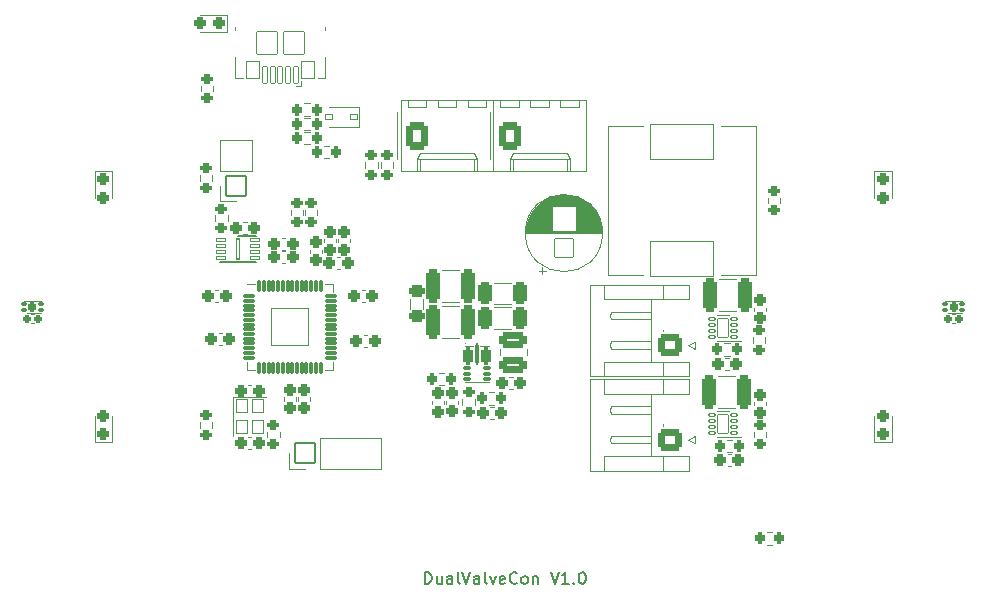
<source format=gto>
G04 #@! TF.GenerationSoftware,KiCad,Pcbnew,(6.0.7)*
G04 #@! TF.CreationDate,2022-10-27T11:37:51+02:00*
G04 #@! TF.ProjectId,DualValveCon,4475616c-5661-46c7-9665-436f6e2e6b69,rev?*
G04 #@! TF.SameCoordinates,Original*
G04 #@! TF.FileFunction,Legend,Top*
G04 #@! TF.FilePolarity,Positive*
%FSLAX46Y46*%
G04 Gerber Fmt 4.6, Leading zero omitted, Abs format (unit mm)*
G04 Created by KiCad (PCBNEW (6.0.7)) date 2022-10-27 11:37:51*
%MOMM*%
%LPD*%
G01*
G04 APERTURE LIST*
G04 Aperture macros list*
%AMRoundRect*
0 Rectangle with rounded corners*
0 $1 Rounding radius*
0 $2 $3 $4 $5 $6 $7 $8 $9 X,Y pos of 4 corners*
0 Add a 4 corners polygon primitive as box body*
4,1,4,$2,$3,$4,$5,$6,$7,$8,$9,$2,$3,0*
0 Add four circle primitives for the rounded corners*
1,1,$1+$1,$2,$3*
1,1,$1+$1,$4,$5*
1,1,$1+$1,$6,$7*
1,1,$1+$1,$8,$9*
0 Add four rect primitives between the rounded corners*
20,1,$1+$1,$2,$3,$4,$5,0*
20,1,$1+$1,$4,$5,$6,$7,0*
20,1,$1+$1,$6,$7,$8,$9,0*
20,1,$1+$1,$8,$9,$2,$3,0*%
G04 Aperture macros list end*
%ADD10C,0.150000*%
%ADD11C,0.120000*%
%ADD12RoundRect,0.300000X0.325000X1.100000X-0.325000X1.100000X-0.325000X-1.100000X0.325000X-1.100000X0*%
%ADD13RoundRect,0.100000X-0.387500X-0.050000X0.387500X-0.050000X0.387500X0.050000X-0.387500X0.050000X0*%
%ADD14RoundRect,0.100000X-0.050000X-0.387500X0.050000X-0.387500X0.050000X0.387500X-0.050000X0.387500X0*%
%ADD15RoundRect,0.050000X-1.600000X-1.600000X1.600000X-1.600000X1.600000X1.600000X-1.600000X1.600000X0*%
%ADD16C,3.300000*%
%ADD17RoundRect,0.250000X-0.275000X0.200000X-0.275000X-0.200000X0.275000X-0.200000X0.275000X0.200000X0*%
%ADD18RoundRect,0.300000X0.750000X-0.600000X0.750000X0.600000X-0.750000X0.600000X-0.750000X-0.600000X0*%
%ADD19O,2.100000X1.800000*%
%ADD20RoundRect,0.300000X-0.325000X-0.650000X0.325000X-0.650000X0.325000X0.650000X-0.325000X0.650000X0*%
%ADD21RoundRect,0.275000X0.225000X0.250000X-0.225000X0.250000X-0.225000X-0.250000X0.225000X-0.250000X0*%
%ADD22RoundRect,0.268750X0.218750X0.256250X-0.218750X0.256250X-0.218750X-0.256250X0.218750X-0.256250X0*%
%ADD23RoundRect,0.275000X-0.225000X-0.250000X0.225000X-0.250000X0.225000X0.250000X-0.225000X0.250000X0*%
%ADD24RoundRect,0.050000X-0.375000X-0.150000X0.375000X-0.150000X0.375000X0.150000X-0.375000X0.150000X0*%
%ADD25RoundRect,0.050000X-0.150000X-0.850000X0.150000X-0.850000X0.150000X0.850000X-0.150000X0.850000X0*%
%ADD26RoundRect,0.300000X-0.620000X-0.845000X0.620000X-0.845000X0.620000X0.845000X-0.620000X0.845000X0*%
%ADD27O,1.840000X2.290000*%
%ADD28RoundRect,0.050000X-0.500000X0.575000X-0.500000X-0.575000X0.500000X-0.575000X0.500000X0.575000X0*%
%ADD29RoundRect,0.050000X0.200000X0.700000X-0.200000X0.700000X-0.200000X-0.700000X0.200000X-0.700000X0*%
%ADD30O,1.150000X2.000000*%
%ADD31RoundRect,0.050000X0.575000X0.725000X-0.575000X0.725000X-0.575000X-0.725000X0.575000X-0.725000X0*%
%ADD32RoundRect,0.050000X0.875000X0.950000X-0.875000X0.950000X-0.875000X-0.950000X0.875000X-0.950000X0*%
%ADD33RoundRect,0.268750X0.256250X-0.218750X0.256250X0.218750X-0.256250X0.218750X-0.256250X-0.218750X0*%
%ADD34RoundRect,0.250000X0.275000X-0.200000X0.275000X0.200000X-0.275000X0.200000X-0.275000X-0.200000X0*%
%ADD35RoundRect,0.268750X-0.256250X0.218750X-0.256250X-0.218750X0.256250X-0.218750X0.256250X0.218750X0*%
%ADD36RoundRect,0.105000X-0.145000X-0.055000X0.145000X-0.055000X0.145000X0.055000X-0.145000X0.055000X0*%
%ADD37RoundRect,0.187500X-0.137500X-0.237500X0.137500X-0.237500X0.137500X0.237500X-0.137500X0.237500X0*%
%ADD38RoundRect,0.190000X-0.140000X-0.170000X0.140000X-0.170000X0.140000X0.170000X-0.140000X0.170000X0*%
%ADD39RoundRect,0.050000X0.300000X0.225000X-0.300000X0.225000X-0.300000X-0.225000X0.300000X-0.225000X0*%
%ADD40RoundRect,0.250000X0.200000X0.275000X-0.200000X0.275000X-0.200000X-0.275000X0.200000X-0.275000X0*%
%ADD41RoundRect,0.300000X0.850000X-0.375000X0.850000X0.375000X-0.850000X0.375000X-0.850000X-0.375000X0*%
%ADD42RoundRect,0.275000X-0.250000X0.225000X-0.250000X-0.225000X0.250000X-0.225000X0.250000X0.225000X0*%
%ADD43RoundRect,0.050000X0.850000X-0.850000X0.850000X0.850000X-0.850000X0.850000X-0.850000X-0.850000X0*%
%ADD44O,1.800000X1.800000*%
%ADD45RoundRect,0.050000X0.250000X0.125000X-0.250000X0.125000X-0.250000X-0.125000X0.250000X-0.125000X0*%
%ADD46RoundRect,0.050000X0.450000X0.800000X-0.450000X0.800000X-0.450000X-0.800000X0.450000X-0.800000X0*%
%ADD47RoundRect,0.275000X0.250000X-0.225000X0.250000X0.225000X-0.250000X0.225000X-0.250000X-0.225000X0*%
%ADD48RoundRect,0.050000X0.850000X0.850000X-0.850000X0.850000X-0.850000X-0.850000X0.850000X-0.850000X0*%
%ADD49RoundRect,0.250000X-0.200000X-0.275000X0.200000X-0.275000X0.200000X0.275000X-0.200000X0.275000X0*%
%ADD50RoundRect,0.050000X2.700000X-1.450000X2.700000X1.450000X-2.700000X1.450000X-2.700000X-1.450000X0*%
%ADD51RoundRect,0.250000X-0.200000X-0.525000X0.200000X-0.525000X0.200000X0.525000X-0.200000X0.525000X0*%
%ADD52RoundRect,0.125000X-0.225000X-0.075000X0.225000X-0.075000X0.225000X0.075000X-0.225000X0.075000X0*%
%ADD53RoundRect,0.125000X-0.075000X-0.787500X0.075000X-0.787500X0.075000X0.787500X-0.075000X0.787500X0*%
%ADD54RoundRect,0.268750X0.381250X-0.218750X0.381250X0.218750X-0.381250X0.218750X-0.381250X-0.218750X0*%
%ADD55RoundRect,0.050000X0.800000X-0.800000X0.800000X0.800000X-0.800000X0.800000X-0.800000X-0.800000X0*%
%ADD56C,1.700000*%
G04 APERTURE END LIST*
D10*
X154214285Y-110452380D02*
X154214285Y-109452380D01*
X154452380Y-109452380D01*
X154595238Y-109500000D01*
X154690476Y-109595238D01*
X154738095Y-109690476D01*
X154785714Y-109880952D01*
X154785714Y-110023809D01*
X154738095Y-110214285D01*
X154690476Y-110309523D01*
X154595238Y-110404761D01*
X154452380Y-110452380D01*
X154214285Y-110452380D01*
X155642857Y-109785714D02*
X155642857Y-110452380D01*
X155214285Y-109785714D02*
X155214285Y-110309523D01*
X155261904Y-110404761D01*
X155357142Y-110452380D01*
X155500000Y-110452380D01*
X155595238Y-110404761D01*
X155642857Y-110357142D01*
X156547619Y-110452380D02*
X156547619Y-109928571D01*
X156500000Y-109833333D01*
X156404761Y-109785714D01*
X156214285Y-109785714D01*
X156119047Y-109833333D01*
X156547619Y-110404761D02*
X156452380Y-110452380D01*
X156214285Y-110452380D01*
X156119047Y-110404761D01*
X156071428Y-110309523D01*
X156071428Y-110214285D01*
X156119047Y-110119047D01*
X156214285Y-110071428D01*
X156452380Y-110071428D01*
X156547619Y-110023809D01*
X157166666Y-110452380D02*
X157071428Y-110404761D01*
X157023809Y-110309523D01*
X157023809Y-109452380D01*
X157404761Y-109452380D02*
X157738095Y-110452380D01*
X158071428Y-109452380D01*
X158833333Y-110452380D02*
X158833333Y-109928571D01*
X158785714Y-109833333D01*
X158690476Y-109785714D01*
X158500000Y-109785714D01*
X158404761Y-109833333D01*
X158833333Y-110404761D02*
X158738095Y-110452380D01*
X158500000Y-110452380D01*
X158404761Y-110404761D01*
X158357142Y-110309523D01*
X158357142Y-110214285D01*
X158404761Y-110119047D01*
X158500000Y-110071428D01*
X158738095Y-110071428D01*
X158833333Y-110023809D01*
X159452380Y-110452380D02*
X159357142Y-110404761D01*
X159309523Y-110309523D01*
X159309523Y-109452380D01*
X159738095Y-109785714D02*
X159976190Y-110452380D01*
X160214285Y-109785714D01*
X160976190Y-110404761D02*
X160880952Y-110452380D01*
X160690476Y-110452380D01*
X160595238Y-110404761D01*
X160547619Y-110309523D01*
X160547619Y-109928571D01*
X160595238Y-109833333D01*
X160690476Y-109785714D01*
X160880952Y-109785714D01*
X160976190Y-109833333D01*
X161023809Y-109928571D01*
X161023809Y-110023809D01*
X160547619Y-110119047D01*
X162023809Y-110357142D02*
X161976190Y-110404761D01*
X161833333Y-110452380D01*
X161738095Y-110452380D01*
X161595238Y-110404761D01*
X161500000Y-110309523D01*
X161452380Y-110214285D01*
X161404761Y-110023809D01*
X161404761Y-109880952D01*
X161452380Y-109690476D01*
X161500000Y-109595238D01*
X161595238Y-109500000D01*
X161738095Y-109452380D01*
X161833333Y-109452380D01*
X161976190Y-109500000D01*
X162023809Y-109547619D01*
X162595238Y-110452380D02*
X162500000Y-110404761D01*
X162452380Y-110357142D01*
X162404761Y-110261904D01*
X162404761Y-109976190D01*
X162452380Y-109880952D01*
X162500000Y-109833333D01*
X162595238Y-109785714D01*
X162738095Y-109785714D01*
X162833333Y-109833333D01*
X162880952Y-109880952D01*
X162928571Y-109976190D01*
X162928571Y-110261904D01*
X162880952Y-110357142D01*
X162833333Y-110404761D01*
X162738095Y-110452380D01*
X162595238Y-110452380D01*
X163357142Y-109785714D02*
X163357142Y-110452380D01*
X163357142Y-109880952D02*
X163404761Y-109833333D01*
X163500000Y-109785714D01*
X163642857Y-109785714D01*
X163738095Y-109833333D01*
X163785714Y-109928571D01*
X163785714Y-110452380D01*
X164880952Y-109452380D02*
X165214285Y-110452380D01*
X165547619Y-109452380D01*
X166404761Y-110452380D02*
X165833333Y-110452380D01*
X166119047Y-110452380D02*
X166119047Y-109452380D01*
X166023809Y-109595238D01*
X165928571Y-109690476D01*
X165833333Y-109738095D01*
X166833333Y-110357142D02*
X166880952Y-110404761D01*
X166833333Y-110452380D01*
X166785714Y-110404761D01*
X166833333Y-110357142D01*
X166833333Y-110452380D01*
X167500000Y-109452380D02*
X167595238Y-109452380D01*
X167690476Y-109500000D01*
X167738095Y-109547619D01*
X167785714Y-109642857D01*
X167833333Y-109833333D01*
X167833333Y-110071428D01*
X167785714Y-110261904D01*
X167738095Y-110357142D01*
X167690476Y-110404761D01*
X167595238Y-110452380D01*
X167500000Y-110452380D01*
X167404761Y-110404761D01*
X167357142Y-110357142D01*
X167309523Y-110261904D01*
X167261904Y-110071428D01*
X167261904Y-109833333D01*
X167309523Y-109642857D01*
X167357142Y-109547619D01*
X167404761Y-109500000D01*
X167500000Y-109452380D01*
D11*
X157136252Y-86890000D02*
X155713748Y-86890000D01*
X157136252Y-89610000D02*
X155713748Y-89610000D01*
X145760000Y-85090000D02*
X146410000Y-85090000D01*
X139190000Y-92310000D02*
X139190000Y-91660000D01*
X146410000Y-85090000D02*
X146410000Y-85740000D01*
X145760000Y-92310000D02*
X146410000Y-92310000D01*
X146410000Y-92310000D02*
X146410000Y-91660000D01*
X139840000Y-92310000D02*
X139190000Y-92310000D01*
X139840000Y-85090000D02*
X139190000Y-85090000D01*
X143922500Y-78762742D02*
X143922500Y-79237258D01*
X142877500Y-78762742D02*
X142877500Y-79237258D01*
X176610000Y-94360000D02*
X174410000Y-94360000D01*
X173410000Y-99640000D02*
X173410000Y-94360000D01*
X174410000Y-97080000D02*
X174410000Y-96920000D01*
X173410000Y-98570000D02*
X169990000Y-98570000D01*
X169410000Y-93140000D02*
X169410000Y-94360000D01*
X177100000Y-97950000D02*
X176500000Y-98250000D01*
X173410000Y-98250000D02*
X173410000Y-98570000D01*
X173410000Y-97930000D02*
X173410000Y-98250000D01*
X168190000Y-93140000D02*
X176610000Y-93140000D01*
X176610000Y-100860000D02*
X168190000Y-100860000D01*
X169990000Y-95430000D02*
X173410000Y-95430000D01*
X169990000Y-98570000D02*
X169910000Y-98250000D01*
X168190000Y-100860000D02*
X168190000Y-93140000D01*
X177100000Y-98550000D02*
X177100000Y-97950000D01*
X176610000Y-99640000D02*
X176610000Y-100860000D01*
X169990000Y-96070000D02*
X169910000Y-95750000D01*
X169410000Y-94360000D02*
X174410000Y-94360000D01*
X169910000Y-98250000D02*
X169990000Y-97930000D01*
X174410000Y-99640000D02*
X176610000Y-99640000D01*
X173410000Y-95750000D02*
X173410000Y-96070000D01*
X169410000Y-100860000D02*
X169410000Y-99640000D01*
X169910000Y-95750000D02*
X169990000Y-95430000D01*
X176610000Y-93140000D02*
X176610000Y-94360000D01*
X169990000Y-97930000D02*
X173410000Y-97930000D01*
X173410000Y-95430000D02*
X173410000Y-95750000D01*
X176500000Y-98250000D02*
X177100000Y-98550000D01*
X169410000Y-99640000D02*
X174410000Y-99640000D01*
X173410000Y-96070000D02*
X169990000Y-96070000D01*
X174410000Y-99640000D02*
X174410000Y-100860000D01*
X174410000Y-94360000D02*
X174410000Y-93140000D01*
X160113748Y-87040000D02*
X161536252Y-87040000D01*
X160113748Y-88860000D02*
X161536252Y-88860000D01*
X180478752Y-95560000D02*
X179056248Y-95560000D01*
X180478752Y-92840000D02*
X179056248Y-92840000D01*
X139140580Y-80810000D02*
X138859420Y-80810000D01*
X139140580Y-79790000D02*
X138859420Y-79790000D01*
X147075279Y-82790000D02*
X146749721Y-82790000D01*
X147075279Y-83810000D02*
X146749721Y-83810000D01*
X142109420Y-83310000D02*
X142390580Y-83310000D01*
X142109420Y-82290000D02*
X142390580Y-82290000D01*
D10*
X136900000Y-83225000D02*
X139900000Y-83225000D01*
X138400000Y-80975000D02*
X139900000Y-80975000D01*
D11*
X149177500Y-74762742D02*
X149177500Y-75237258D01*
X150222500Y-74762742D02*
X150222500Y-75237258D01*
X163140000Y-69490000D02*
X163140000Y-70090000D01*
X161650000Y-73980000D02*
X166230000Y-73980000D01*
X162200000Y-70090000D02*
X162200000Y-69490000D01*
X163140000Y-70090000D02*
X164740000Y-70090000D01*
X159730000Y-70520000D02*
X159730000Y-74520000D01*
X161400000Y-74510000D02*
X166480000Y-74510000D01*
X166230000Y-75510000D02*
X166230000Y-74510000D01*
X160020000Y-69490000D02*
X160020000Y-75510000D01*
X161400000Y-75510000D02*
X161400000Y-74510000D01*
X161400000Y-74510000D02*
X161650000Y-73980000D01*
X164740000Y-70090000D02*
X164740000Y-69490000D01*
X167280000Y-70090000D02*
X167280000Y-69490000D01*
X166230000Y-73980000D02*
X166480000Y-74510000D01*
X160600000Y-70090000D02*
X162200000Y-70090000D01*
X160020000Y-75510000D02*
X167860000Y-75510000D01*
X160600000Y-69490000D02*
X160600000Y-70090000D01*
X166480000Y-74510000D02*
X166480000Y-75510000D01*
X161650000Y-75510000D02*
X161650000Y-74510000D01*
X165680000Y-70090000D02*
X167280000Y-70090000D01*
X165680000Y-69490000D02*
X165680000Y-70090000D01*
X167860000Y-75510000D02*
X167860000Y-69490000D01*
X167860000Y-69490000D02*
X160020000Y-69490000D01*
X138000000Y-94650000D02*
X138000000Y-97950000D01*
X140800000Y-94650000D02*
X138000000Y-94650000D01*
X138190000Y-67610000D02*
X138840000Y-67610000D01*
X138190000Y-63310000D02*
X138190000Y-63520000D01*
X143760000Y-68310000D02*
X143310000Y-68310000D01*
X138190000Y-65880000D02*
X138190000Y-67610000D01*
X145810000Y-63310000D02*
X145810000Y-63520000D01*
X145810000Y-67610000D02*
X145150000Y-67610000D01*
X143760000Y-68310000D02*
X143760000Y-67920000D01*
X145810000Y-65880000D02*
X145810000Y-67610000D01*
X126265000Y-98485000D02*
X127735000Y-98485000D01*
X126265000Y-96200000D02*
X126265000Y-98485000D01*
X127735000Y-98485000D02*
X127735000Y-96200000D01*
X179940580Y-92310000D02*
X179659420Y-92310000D01*
X179940580Y-91290000D02*
X179659420Y-91290000D01*
X139259420Y-93590000D02*
X139540580Y-93590000D01*
X139259420Y-94610000D02*
X139540580Y-94610000D01*
X136222500Y-97237258D02*
X136222500Y-96762742D01*
X135177500Y-97237258D02*
X135177500Y-96762742D01*
X169410000Y-86360000D02*
X174410000Y-86360000D01*
X173410000Y-91640000D02*
X173410000Y-86360000D01*
X173410000Y-88070000D02*
X169990000Y-88070000D01*
X169990000Y-89930000D02*
X173410000Y-89930000D01*
X177100000Y-89950000D02*
X176500000Y-90250000D01*
X173410000Y-87430000D02*
X173410000Y-87750000D01*
X169990000Y-87430000D02*
X173410000Y-87430000D01*
X169990000Y-88070000D02*
X169910000Y-87750000D01*
X169410000Y-91640000D02*
X174410000Y-91640000D01*
X169910000Y-90250000D02*
X169990000Y-89930000D01*
X176610000Y-86360000D02*
X174410000Y-86360000D01*
X174410000Y-91640000D02*
X176610000Y-91640000D01*
X173410000Y-90250000D02*
X173410000Y-90570000D01*
X176610000Y-92860000D02*
X168190000Y-92860000D01*
X174410000Y-86360000D02*
X174410000Y-85140000D01*
X176500000Y-90250000D02*
X177100000Y-90550000D01*
X173410000Y-90570000D02*
X169990000Y-90570000D01*
X174410000Y-89080000D02*
X174410000Y-88920000D01*
X168190000Y-92860000D02*
X168190000Y-85140000D01*
X173410000Y-89930000D02*
X173410000Y-90250000D01*
X169910000Y-87750000D02*
X169990000Y-87430000D01*
X169410000Y-92860000D02*
X169410000Y-91640000D01*
X169410000Y-85140000D02*
X169410000Y-86360000D01*
X176610000Y-91640000D02*
X176610000Y-92860000D01*
X173410000Y-87750000D02*
X173410000Y-88070000D01*
X174410000Y-91640000D02*
X174410000Y-92860000D01*
X176610000Y-85140000D02*
X176610000Y-86360000D01*
X168190000Y-85140000D02*
X176610000Y-85140000D01*
X177100000Y-90550000D02*
X177100000Y-89950000D01*
X169990000Y-90570000D02*
X169910000Y-90250000D01*
X127735000Y-75515000D02*
X126265000Y-75515000D01*
X127735000Y-77800000D02*
X127735000Y-75515000D01*
X126265000Y-75515000D02*
X126265000Y-77800000D01*
X198300000Y-86500000D02*
X199700000Y-86500000D01*
X199700000Y-87500000D02*
X198500000Y-87500000D01*
X120892164Y-87640000D02*
X121107836Y-87640000D01*
X120892164Y-88360000D02*
X121107836Y-88360000D01*
X183122500Y-97562742D02*
X183122500Y-98037258D01*
X182077500Y-97562742D02*
X182077500Y-98037258D01*
X180140580Y-100510000D02*
X179859420Y-100510000D01*
X180140580Y-99490000D02*
X179859420Y-99490000D01*
X148650000Y-71750000D02*
X146100000Y-71750000D01*
X148650000Y-70050000D02*
X146100000Y-70050000D01*
X148650000Y-71750000D02*
X148650000Y-70050000D01*
X144077500Y-78762742D02*
X144077500Y-79237258D01*
X145122500Y-78762742D02*
X145122500Y-79237258D01*
X192265000Y-96200000D02*
X192265000Y-98485000D01*
X192265000Y-98485000D02*
X193735000Y-98485000D01*
X193735000Y-98485000D02*
X193735000Y-96200000D01*
X180237258Y-99322500D02*
X179762742Y-99322500D01*
X180237258Y-98277500D02*
X179762742Y-98277500D01*
X193735000Y-77800000D02*
X193735000Y-75515000D01*
X192265000Y-75515000D02*
X192265000Y-77800000D01*
X193735000Y-75515000D02*
X192265000Y-75515000D01*
X162835000Y-91111252D02*
X162835000Y-90588748D01*
X160615000Y-91111252D02*
X160615000Y-90588748D01*
X198892164Y-87640000D02*
X199107836Y-87640000D01*
X198892164Y-88360000D02*
X199107836Y-88360000D01*
X148859420Y-85590000D02*
X149140580Y-85590000D01*
X148859420Y-86610000D02*
X149140580Y-86610000D01*
X144510000Y-94659420D02*
X144510000Y-94940580D01*
X143490000Y-94659420D02*
X143490000Y-94940580D01*
X145345000Y-100730000D02*
X145345000Y-98070000D01*
X150485000Y-100730000D02*
X150485000Y-98070000D01*
X144075000Y-100730000D02*
X142745000Y-100730000D01*
X142745000Y-100730000D02*
X142745000Y-99400000D01*
X145345000Y-100730000D02*
X150485000Y-100730000D01*
X145345000Y-98070000D02*
X150485000Y-98070000D01*
X183637258Y-107122500D02*
X183162742Y-107122500D01*
X183637258Y-106077500D02*
X183162742Y-106077500D01*
X157402500Y-94812742D02*
X157402500Y-95287258D01*
X158447500Y-94812742D02*
X158447500Y-95287258D01*
X142109420Y-82160000D02*
X142390580Y-82160000D01*
X142109420Y-81140000D02*
X142390580Y-81140000D01*
X180967500Y-89920000D02*
X178967500Y-89920000D01*
X178967500Y-87680000D02*
X179967500Y-87680000D01*
X144487258Y-72022500D02*
X144012742Y-72022500D01*
X144487258Y-70977500D02*
X144012742Y-70977500D01*
X135200000Y-63735000D02*
X137485000Y-63735000D01*
X137485000Y-62265000D02*
X135200000Y-62265000D01*
X137485000Y-63735000D02*
X137485000Y-62265000D01*
X137522500Y-79737258D02*
X137522500Y-79262742D01*
X136477500Y-79737258D02*
X136477500Y-79262742D01*
X161665580Y-93960000D02*
X161384420Y-93960000D01*
X161665580Y-92940000D02*
X161384420Y-92940000D01*
X136740580Y-85590000D02*
X136459420Y-85590000D01*
X136740580Y-86610000D02*
X136459420Y-86610000D01*
X142290000Y-94659420D02*
X142290000Y-94940580D01*
X143310000Y-94659420D02*
X143310000Y-94940580D01*
X147922500Y-81540580D02*
X147922500Y-81259420D01*
X146902500Y-81540580D02*
X146902500Y-81259420D01*
X160020000Y-75510000D02*
X160020000Y-69490000D01*
X158640000Y-74510000D02*
X158640000Y-75510000D01*
X152180000Y-69490000D02*
X152180000Y-75510000D01*
X153560000Y-74510000D02*
X158640000Y-74510000D01*
X155300000Y-69490000D02*
X155300000Y-70090000D01*
X153810000Y-75510000D02*
X153810000Y-74510000D01*
X158390000Y-73980000D02*
X158640000Y-74510000D01*
X152760000Y-70090000D02*
X154360000Y-70090000D01*
X151890000Y-70520000D02*
X151890000Y-74520000D01*
X157840000Y-70090000D02*
X159440000Y-70090000D01*
X152180000Y-75510000D02*
X160020000Y-75510000D01*
X153560000Y-75510000D02*
X153560000Y-74510000D01*
X154360000Y-70090000D02*
X154360000Y-69490000D01*
X156900000Y-70090000D02*
X156900000Y-69490000D01*
X152760000Y-69490000D02*
X152760000Y-70090000D01*
X160020000Y-69490000D02*
X152180000Y-69490000D01*
X159440000Y-70090000D02*
X159440000Y-69490000D01*
X153560000Y-74510000D02*
X153810000Y-73980000D01*
X153810000Y-73980000D02*
X158390000Y-73980000D01*
X158390000Y-75510000D02*
X158390000Y-74510000D01*
X157840000Y-69490000D02*
X157840000Y-70090000D01*
X155300000Y-70090000D02*
X156900000Y-70090000D01*
X139555000Y-75480000D02*
X139555000Y-72880000D01*
X138225000Y-78080000D02*
X136895000Y-78080000D01*
X139555000Y-75480000D02*
X136895000Y-75480000D01*
X139555000Y-72880000D02*
X136895000Y-72880000D01*
X136895000Y-75480000D02*
X136895000Y-72880000D01*
X136895000Y-78080000D02*
X136895000Y-76750000D01*
X157136252Y-86610000D02*
X155713748Y-86610000D01*
X157136252Y-83890000D02*
X155713748Y-83890000D01*
X151522500Y-74762742D02*
X151522500Y-75237258D01*
X150477500Y-74762742D02*
X150477500Y-75237258D01*
X144487258Y-70822500D02*
X144012742Y-70822500D01*
X144487258Y-69777500D02*
X144012742Y-69777500D01*
X120300000Y-86500000D02*
X121700000Y-86500000D01*
X121700000Y-87500000D02*
X120500000Y-87500000D01*
X145662742Y-74422500D02*
X146137258Y-74422500D01*
X145662742Y-73377500D02*
X146137258Y-73377500D01*
X135277500Y-68737258D02*
X135277500Y-68262742D01*
X136322500Y-68737258D02*
X136322500Y-68262742D01*
X183277500Y-77762742D02*
X183277500Y-78237258D01*
X184322500Y-77762742D02*
X184322500Y-78237258D01*
X149059420Y-90410000D02*
X149340580Y-90410000D01*
X149059420Y-89390000D02*
X149340580Y-89390000D01*
X178967500Y-95780000D02*
X179967500Y-95780000D01*
X180967500Y-98020000D02*
X178967500Y-98020000D01*
X137040580Y-90210000D02*
X136759420Y-90210000D01*
X137040580Y-89190000D02*
X136759420Y-89190000D01*
X157035000Y-95215580D02*
X157035000Y-94934420D01*
X156015000Y-95215580D02*
X156015000Y-94934420D01*
X145510000Y-82440580D02*
X145510000Y-82159420D01*
X144490000Y-82440580D02*
X144490000Y-82159420D01*
X182300000Y-71700000D02*
X182300000Y-84300000D01*
X172700000Y-84300000D02*
X169700000Y-84300000D01*
X169700000Y-71700000D02*
X172700000Y-71700000D01*
X182300000Y-84300000D02*
X179300000Y-84300000D01*
X169700000Y-84300000D02*
X169700000Y-71700000D01*
X179300000Y-71700000D02*
X182300000Y-71700000D01*
X159759420Y-96460000D02*
X160040580Y-96460000D01*
X159759420Y-95440000D02*
X160040580Y-95440000D01*
X140877500Y-97562742D02*
X140877500Y-98037258D01*
X141922500Y-97562742D02*
X141922500Y-98037258D01*
X139540580Y-99010000D02*
X139259420Y-99010000D01*
X139540580Y-97990000D02*
X139259420Y-97990000D01*
X157625000Y-93350000D02*
X159625000Y-93350000D01*
X159625000Y-90350000D02*
X158925000Y-90350000D01*
X157625000Y-90350000D02*
X158325000Y-90350000D01*
X157675000Y-90100000D02*
G75*
G03*
X157675000Y-90100000I-50000J0D01*
G01*
X144012742Y-73222500D02*
X144487258Y-73222500D01*
X144012742Y-72177500D02*
X144487258Y-72177500D01*
X180578752Y-84640000D02*
X179156248Y-84640000D01*
X180578752Y-87360000D02*
X179156248Y-87360000D01*
X155862258Y-93622500D02*
X155387742Y-93622500D01*
X155862258Y-92577500D02*
X155387742Y-92577500D01*
X180037258Y-90077500D02*
X179562742Y-90077500D01*
X180037258Y-91122500D02*
X179562742Y-91122500D01*
X154085000Y-87149622D02*
X154085000Y-86350378D01*
X152965000Y-87149622D02*
X152965000Y-86350378D01*
X167040000Y-80070000D02*
X169159000Y-80070000D01*
X165598000Y-77509000D02*
X166402000Y-77509000D01*
X163014000Y-79509000D02*
X164960000Y-79509000D01*
X165367000Y-77549000D02*
X166633000Y-77549000D01*
X164738000Y-77749000D02*
X167262000Y-77749000D01*
X162902000Y-79829000D02*
X164960000Y-79829000D01*
X167040000Y-78749000D02*
X168548000Y-78749000D01*
X167040000Y-78509000D02*
X168343000Y-78509000D01*
X163258000Y-79029000D02*
X164960000Y-79029000D01*
X162776000Y-80550000D02*
X169224000Y-80550000D01*
X162789000Y-80390000D02*
X164960000Y-80390000D01*
X162914000Y-79789000D02*
X164960000Y-79789000D01*
X163516000Y-78669000D02*
X164960000Y-78669000D01*
X162778000Y-80510000D02*
X164960000Y-80510000D01*
X167040000Y-80510000D02*
X169222000Y-80510000D01*
X162818000Y-80190000D02*
X164960000Y-80190000D01*
X163066000Y-79389000D02*
X164960000Y-79389000D01*
X167040000Y-79189000D02*
X168834000Y-79189000D01*
X167040000Y-79429000D02*
X168952000Y-79429000D01*
X167040000Y-79469000D02*
X168970000Y-79469000D01*
X164166000Y-78069000D02*
X167834000Y-78069000D01*
X162953000Y-79669000D02*
X164960000Y-79669000D01*
X163030000Y-79469000D02*
X164960000Y-79469000D01*
X163336000Y-78909000D02*
X164960000Y-78909000D01*
X164286000Y-77989000D02*
X167714000Y-77989000D01*
X163124000Y-79269000D02*
X164960000Y-79269000D01*
X167040000Y-78909000D02*
X168664000Y-78909000D01*
X162890000Y-79869000D02*
X164960000Y-79869000D01*
X167040000Y-79869000D02*
X169110000Y-79869000D01*
X162869000Y-79949000D02*
X164960000Y-79949000D01*
X164350000Y-77949000D02*
X167650000Y-77949000D01*
X163846000Y-83935241D02*
X164476000Y-83935241D01*
X167040000Y-79269000D02*
X168876000Y-79269000D01*
X162850000Y-80029000D02*
X164960000Y-80029000D01*
X162998000Y-79549000D02*
X164960000Y-79549000D01*
X163084000Y-79349000D02*
X164960000Y-79349000D01*
X163956000Y-78229000D02*
X168044000Y-78229000D01*
X162799000Y-80310000D02*
X164960000Y-80310000D01*
X164419000Y-77909000D02*
X167581000Y-77909000D01*
X167040000Y-79789000D02*
X169086000Y-79789000D01*
X167040000Y-80470000D02*
X169218000Y-80470000D01*
X167040000Y-80350000D02*
X169206000Y-80350000D01*
X167040000Y-79549000D02*
X169002000Y-79549000D01*
X163310000Y-78949000D02*
X164960000Y-78949000D01*
X162939000Y-79709000D02*
X164960000Y-79709000D01*
X162785000Y-80430000D02*
X164960000Y-80430000D01*
X164005000Y-78189000D02*
X167995000Y-78189000D01*
X162770000Y-80670000D02*
X169230000Y-80670000D01*
X162859000Y-79989000D02*
X164960000Y-79989000D01*
X167040000Y-80230000D02*
X169189000Y-80230000D01*
X167040000Y-78829000D02*
X168607000Y-78829000D01*
X167040000Y-80110000D02*
X169167000Y-80110000D01*
X162773000Y-80590000D02*
X169227000Y-80590000D01*
X164110000Y-78109000D02*
X167890000Y-78109000D01*
X163234000Y-79069000D02*
X164960000Y-79069000D01*
X167040000Y-78669000D02*
X168484000Y-78669000D01*
X167040000Y-80270000D02*
X169195000Y-80270000D01*
X167040000Y-79629000D02*
X169033000Y-79629000D01*
X163452000Y-78749000D02*
X164960000Y-78749000D01*
X167040000Y-80190000D02*
X169182000Y-80190000D01*
X163048000Y-79429000D02*
X164960000Y-79429000D01*
X165198000Y-77589000D02*
X166802000Y-77589000D01*
X167040000Y-78549000D02*
X168380000Y-78549000D01*
X167040000Y-79029000D02*
X168742000Y-79029000D01*
X163776000Y-78389000D02*
X168224000Y-78389000D01*
X167040000Y-78589000D02*
X168416000Y-78589000D01*
X163210000Y-79109000D02*
X164960000Y-79109000D01*
X167040000Y-79709000D02*
X169061000Y-79709000D01*
X164650000Y-77789000D02*
X167350000Y-77789000D01*
X164224000Y-78029000D02*
X167776000Y-78029000D01*
X167040000Y-79589000D02*
X169018000Y-79589000D01*
X162825000Y-80150000D02*
X164960000Y-80150000D01*
X167040000Y-80430000D02*
X169215000Y-80430000D01*
X162833000Y-80110000D02*
X164960000Y-80110000D01*
X163422000Y-78789000D02*
X164960000Y-78789000D01*
X167040000Y-79309000D02*
X168896000Y-79309000D01*
X167040000Y-78709000D02*
X168516000Y-78709000D01*
X163584000Y-78589000D02*
X164960000Y-78589000D01*
X162982000Y-79589000D02*
X164960000Y-79589000D01*
X167040000Y-78629000D02*
X168450000Y-78629000D01*
X164491000Y-77869000D02*
X167509000Y-77869000D01*
X167040000Y-80150000D02*
X169175000Y-80150000D01*
X164835000Y-77709000D02*
X167165000Y-77709000D01*
X163550000Y-78629000D02*
X164960000Y-78629000D01*
X163284000Y-78989000D02*
X164960000Y-78989000D01*
X163863000Y-78309000D02*
X168137000Y-78309000D01*
X164161000Y-84250241D02*
X164161000Y-83620241D01*
X163104000Y-79309000D02*
X164960000Y-79309000D01*
X162772000Y-80630000D02*
X169228000Y-80630000D01*
X167040000Y-80310000D02*
X169201000Y-80310000D01*
X167040000Y-79229000D02*
X168856000Y-79229000D01*
X167040000Y-79349000D02*
X168916000Y-79349000D01*
X163657000Y-78509000D02*
X164960000Y-78509000D01*
X162805000Y-80270000D02*
X164960000Y-80270000D01*
X163735000Y-78429000D02*
X168265000Y-78429000D01*
X162794000Y-80350000D02*
X164960000Y-80350000D01*
X167040000Y-78789000D02*
X168578000Y-78789000D01*
X167040000Y-79149000D02*
X168812000Y-79149000D01*
X167040000Y-79669000D02*
X169047000Y-79669000D01*
X167040000Y-79909000D02*
X169121000Y-79909000D01*
X167040000Y-78469000D02*
X168305000Y-78469000D01*
X167040000Y-80390000D02*
X169211000Y-80390000D01*
X163695000Y-78469000D02*
X164960000Y-78469000D01*
X163166000Y-79189000D02*
X164960000Y-79189000D01*
X162782000Y-80470000D02*
X164960000Y-80470000D01*
X164568000Y-77829000D02*
X167432000Y-77829000D01*
X162967000Y-79629000D02*
X164960000Y-79629000D01*
X167040000Y-79509000D02*
X168986000Y-79509000D01*
X167040000Y-80029000D02*
X169150000Y-80029000D01*
X167040000Y-78949000D02*
X168690000Y-78949000D01*
X162770000Y-80750000D02*
X169230000Y-80750000D01*
X165060000Y-77629000D02*
X166940000Y-77629000D01*
X163484000Y-78709000D02*
X164960000Y-78709000D01*
X163908000Y-78269000D02*
X168092000Y-78269000D01*
X164056000Y-78149000D02*
X167944000Y-78149000D01*
X167040000Y-78989000D02*
X168716000Y-78989000D01*
X162879000Y-79909000D02*
X164960000Y-79909000D01*
X167040000Y-79069000D02*
X168766000Y-79069000D01*
X163393000Y-78829000D02*
X164960000Y-78829000D01*
X162926000Y-79749000D02*
X164960000Y-79749000D01*
X163620000Y-78549000D02*
X164960000Y-78549000D01*
X167040000Y-79829000D02*
X169098000Y-79829000D01*
X162811000Y-80230000D02*
X164960000Y-80230000D01*
X167040000Y-79989000D02*
X169141000Y-79989000D01*
X167040000Y-78869000D02*
X168636000Y-78869000D01*
X167040000Y-79749000D02*
X169074000Y-79749000D01*
X163144000Y-79229000D02*
X164960000Y-79229000D01*
X163364000Y-78869000D02*
X164960000Y-78869000D01*
X167040000Y-79109000D02*
X168790000Y-79109000D01*
X163818000Y-78349000D02*
X168182000Y-78349000D01*
X163188000Y-79149000D02*
X164960000Y-79149000D01*
X162841000Y-80070000D02*
X164960000Y-80070000D01*
X167040000Y-79949000D02*
X169131000Y-79949000D01*
X164941000Y-77669000D02*
X167059000Y-77669000D01*
X162770000Y-80710000D02*
X169230000Y-80710000D01*
X167040000Y-79389000D02*
X168934000Y-79389000D01*
X169270000Y-80750000D02*
G75*
G03*
X169270000Y-80750000I-3270000J0D01*
G01*
X160112258Y-95272500D02*
X159637742Y-95272500D01*
X160112258Y-94227500D02*
X159637742Y-94227500D01*
X182057500Y-87340580D02*
X182057500Y-87059420D01*
X183077500Y-87340580D02*
X183077500Y-87059420D01*
X182090000Y-95340580D02*
X182090000Y-95059420D01*
X183110000Y-95340580D02*
X183110000Y-95059420D01*
X154815000Y-95240580D02*
X154815000Y-94959420D01*
X155835000Y-95240580D02*
X155835000Y-94959420D01*
X146722500Y-81540580D02*
X146722500Y-81259420D01*
X145702500Y-81540580D02*
X145702500Y-81259420D01*
X181977500Y-89562742D02*
X181977500Y-90037258D01*
X183022500Y-89562742D02*
X183022500Y-90037258D01*
X160113748Y-86760000D02*
X161536252Y-86760000D01*
X160113748Y-84940000D02*
X161536252Y-84940000D01*
X135177500Y-76337258D02*
X135177500Y-75862742D01*
X136222500Y-76337258D02*
X136222500Y-75862742D01*
%LPC*%
D12*
X157900000Y-88250000D03*
X154950000Y-88250000D03*
D13*
X139362500Y-86100000D03*
X139362500Y-86500000D03*
X139362500Y-86900000D03*
X139362500Y-87300000D03*
X139362500Y-87700000D03*
X139362500Y-88100000D03*
X139362500Y-88500000D03*
X139362500Y-88900000D03*
X139362500Y-89300000D03*
X139362500Y-89700000D03*
X139362500Y-90100000D03*
X139362500Y-90500000D03*
X139362500Y-90900000D03*
X139362500Y-91300000D03*
D14*
X140200000Y-92137500D03*
X140600000Y-92137500D03*
X141000000Y-92137500D03*
X141400000Y-92137500D03*
X141800000Y-92137500D03*
X142200000Y-92137500D03*
X142600000Y-92137500D03*
X143000000Y-92137500D03*
X143400000Y-92137500D03*
X143800000Y-92137500D03*
X144200000Y-92137500D03*
X144600000Y-92137500D03*
X145000000Y-92137500D03*
X145400000Y-92137500D03*
D13*
X146237500Y-91300000D03*
X146237500Y-90900000D03*
X146237500Y-90500000D03*
X146237500Y-90100000D03*
X146237500Y-89700000D03*
X146237500Y-89300000D03*
X146237500Y-88900000D03*
X146237500Y-88500000D03*
X146237500Y-88100000D03*
X146237500Y-87700000D03*
X146237500Y-87300000D03*
X146237500Y-86900000D03*
X146237500Y-86500000D03*
X146237500Y-86100000D03*
D14*
X145400000Y-85262500D03*
X145000000Y-85262500D03*
X144600000Y-85262500D03*
X144200000Y-85262500D03*
X143800000Y-85262500D03*
X143400000Y-85262500D03*
X143000000Y-85262500D03*
X142600000Y-85262500D03*
X142200000Y-85262500D03*
X141800000Y-85262500D03*
X141400000Y-85262500D03*
X141000000Y-85262500D03*
X140600000Y-85262500D03*
X140200000Y-85262500D03*
D15*
X142800000Y-88700000D03*
D16*
X190000000Y-66000000D03*
D17*
X143400000Y-78175000D03*
X143400000Y-79825000D03*
D18*
X175000000Y-98250000D03*
D19*
X175000000Y-95750000D03*
D20*
X159350000Y-87950000D03*
X162300000Y-87950000D03*
D12*
X181242500Y-94200000D03*
X178292500Y-94200000D03*
D21*
X139775000Y-80300000D03*
X138225000Y-80300000D03*
D22*
X147700000Y-83300000D03*
X146125000Y-83300000D03*
D23*
X141475000Y-82800000D03*
X143025000Y-82800000D03*
D24*
X136950000Y-81350000D03*
X136950000Y-81850000D03*
X136950000Y-82350000D03*
X136950000Y-82850000D03*
X139850000Y-82850000D03*
X139850000Y-82350000D03*
X139850000Y-81850000D03*
X139850000Y-81350000D03*
D25*
X138400000Y-82100000D03*
D17*
X149700000Y-74175000D03*
X149700000Y-75825000D03*
D26*
X161400000Y-72520000D03*
D27*
X163940000Y-72520000D03*
X166480000Y-72520000D03*
D28*
X138700000Y-95425000D03*
X138700000Y-97175000D03*
X140100000Y-97175000D03*
X140100000Y-95425000D03*
D29*
X143300000Y-67350000D03*
X142650000Y-67350000D03*
X142000000Y-67350000D03*
X141350000Y-67350000D03*
X140700000Y-67350000D03*
D30*
X138425000Y-64700000D03*
X145575000Y-64700000D03*
D31*
X144320000Y-66930000D03*
D32*
X140875000Y-64700000D03*
X143125000Y-64700000D03*
D31*
X139680000Y-66930000D03*
D33*
X127000000Y-97787500D03*
X127000000Y-96212500D03*
D21*
X180575000Y-91800000D03*
X179025000Y-91800000D03*
D23*
X138625000Y-94100000D03*
X140175000Y-94100000D03*
D34*
X135700000Y-97825000D03*
X135700000Y-96175000D03*
D18*
X175000000Y-90250000D03*
D19*
X175000000Y-87750000D03*
D35*
X127000000Y-76212500D03*
X127000000Y-77787500D03*
D36*
X198300000Y-87250000D03*
X199700000Y-87250000D03*
X199700000Y-86750000D03*
X198300000Y-86750000D03*
D37*
X199000000Y-87000000D03*
D16*
X190000000Y-108000000D03*
D38*
X120520000Y-88000000D03*
X121480000Y-88000000D03*
D17*
X182600000Y-96975000D03*
X182600000Y-98625000D03*
D21*
X180775000Y-100000000D03*
X179225000Y-100000000D03*
D39*
X148200000Y-70900000D03*
X146100000Y-70900000D03*
D17*
X144600000Y-78175000D03*
X144600000Y-79825000D03*
D33*
X193000000Y-97787500D03*
X193000000Y-96212500D03*
D40*
X180825000Y-98800000D03*
X179175000Y-98800000D03*
D35*
X193000000Y-76212500D03*
X193000000Y-77787500D03*
D41*
X161725000Y-91925000D03*
X161725000Y-89775000D03*
D38*
X198520000Y-88000000D03*
X199480000Y-88000000D03*
D23*
X148225000Y-86100000D03*
X149775000Y-86100000D03*
D42*
X144000000Y-94025000D03*
X144000000Y-95575000D03*
D43*
X144075000Y-99400000D03*
D44*
X146615000Y-99400000D03*
X149155000Y-99400000D03*
D40*
X184225000Y-106600000D03*
X182575000Y-106600000D03*
D17*
X157925000Y-94225000D03*
X157925000Y-95875000D03*
D23*
X141475000Y-81650000D03*
X143025000Y-81650000D03*
D45*
X180417500Y-89550000D03*
X180417500Y-89050000D03*
X180417500Y-88550000D03*
X180417500Y-88050000D03*
X178517500Y-88050000D03*
X178517500Y-88550000D03*
X178517500Y-89050000D03*
X178517500Y-89550000D03*
D46*
X179467500Y-88800000D03*
D40*
X145075000Y-71500000D03*
X143425000Y-71500000D03*
D22*
X136787500Y-63000000D03*
X135212500Y-63000000D03*
D34*
X137000000Y-80325000D03*
X137000000Y-78675000D03*
D16*
X130000000Y-108000000D03*
D21*
X162300000Y-93450000D03*
X160750000Y-93450000D03*
D16*
X130000000Y-66000000D03*
D21*
X137375000Y-86100000D03*
X135825000Y-86100000D03*
D42*
X142800000Y-94025000D03*
X142800000Y-95575000D03*
D47*
X147412500Y-82175000D03*
X147412500Y-80625000D03*
D26*
X153560000Y-72520000D03*
D27*
X156100000Y-72520000D03*
X158640000Y-72520000D03*
D48*
X138225000Y-76750000D03*
D44*
X138225000Y-74210000D03*
D12*
X157900000Y-85250000D03*
X154950000Y-85250000D03*
D17*
X151000000Y-74175000D03*
X151000000Y-75825000D03*
D40*
X145075000Y-70300000D03*
X143425000Y-70300000D03*
D36*
X120300000Y-87250000D03*
X121700000Y-87250000D03*
X121700000Y-86750000D03*
X120300000Y-86750000D03*
D37*
X121000000Y-87000000D03*
D49*
X145075000Y-73900000D03*
X146725000Y-73900000D03*
D34*
X135800000Y-69325000D03*
X135800000Y-67675000D03*
D17*
X183800000Y-77175000D03*
X183800000Y-78825000D03*
D23*
X148425000Y-89900000D03*
X149975000Y-89900000D03*
D45*
X180417500Y-97650000D03*
X180417500Y-97150000D03*
X180417500Y-96650000D03*
X180417500Y-96150000D03*
X178517500Y-96150000D03*
X178517500Y-96650000D03*
X178517500Y-97150000D03*
X178517500Y-97650000D03*
D46*
X179467500Y-96900000D03*
D21*
X137675000Y-89700000D03*
X136125000Y-89700000D03*
D47*
X156525000Y-95850000D03*
X156525000Y-94300000D03*
X145000000Y-83075000D03*
X145000000Y-81525000D03*
D50*
X176000000Y-82950000D03*
X176000000Y-73050000D03*
D23*
X159125000Y-95950000D03*
X160675000Y-95950000D03*
D17*
X141400000Y-96975000D03*
X141400000Y-98625000D03*
D21*
X140175000Y-98500000D03*
X138625000Y-98500000D03*
D51*
X157875000Y-91162500D03*
D52*
X157775000Y-92212500D03*
X157775000Y-92662500D03*
X157775000Y-93112500D03*
X159475000Y-93112500D03*
X159475000Y-92662500D03*
X159475000Y-92212500D03*
D51*
X159375000Y-91162500D03*
D53*
X158625000Y-91025000D03*
D49*
X143425000Y-72700000D03*
X145075000Y-72700000D03*
D12*
X181342500Y-86000000D03*
X178392500Y-86000000D03*
D40*
X156450000Y-93100000D03*
X154800000Y-93100000D03*
X180625000Y-90600000D03*
X178975000Y-90600000D03*
D54*
X153525000Y-87812500D03*
X153525000Y-85687500D03*
D55*
X166000000Y-82000000D03*
D56*
X166000000Y-79500000D03*
D40*
X160700000Y-94750000D03*
X159050000Y-94750000D03*
D47*
X182567500Y-87975000D03*
X182567500Y-86425000D03*
X182600000Y-95975000D03*
X182600000Y-94425000D03*
X155325000Y-95875000D03*
X155325000Y-94325000D03*
X146212500Y-82175000D03*
X146212500Y-80625000D03*
D17*
X182500000Y-88975000D03*
X182500000Y-90625000D03*
D20*
X159350000Y-85850000D03*
X162300000Y-85850000D03*
D34*
X135700000Y-76925000D03*
X135700000Y-75275000D03*
M02*

</source>
